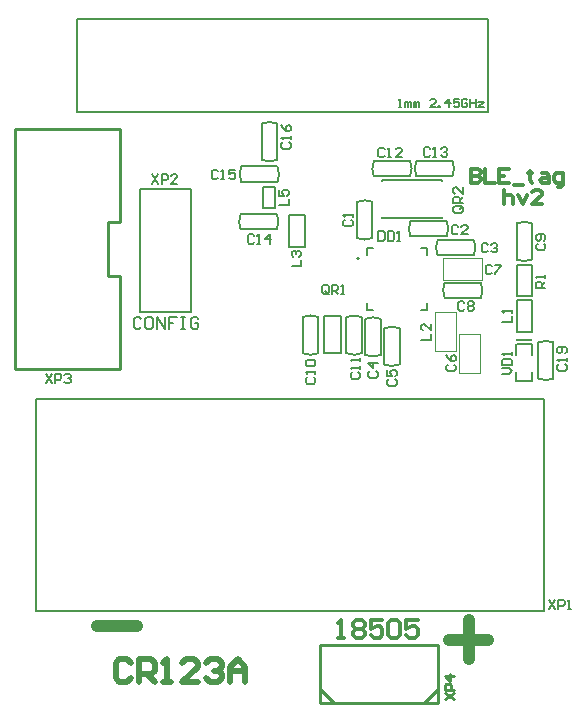
<source format=gto>
G04*
G04 #@! TF.GenerationSoftware,Altium Limited,Altium Designer,18.1.7 (191)*
G04*
G04 Layer_Color=65535*
%FSLAX24Y24*%
%MOIN*%
G70*
G01*
G75*
%ADD10C,0.0070*%
%ADD11C,0.0079*%
%ADD12C,0.0100*%
%ADD13C,0.0039*%
%ADD14C,0.0050*%
%ADD15C,0.0059*%
%ADD16C,0.0118*%
%ADD17C,0.0197*%
%ADD18C,0.0394*%
%ADD19R,0.0576X0.0100*%
D10*
X8920Y15804D02*
G03*
X8920Y16315I-609J255D01*
G01*
X7713D02*
G03*
X7712Y15804I608J-256D01*
G01*
X11595Y15519D02*
G03*
X12105Y15519I256J608D01*
G01*
Y16726D02*
G03*
X11595Y16726I-255J-609D01*
G01*
X17421Y16010D02*
G03*
X16911Y16011I-256J-608D01*
G01*
Y14803D02*
G03*
X17421Y14803I255J609D01*
G01*
X15721Y13524D02*
G03*
X15722Y14034I-608J256D01*
G01*
X14514D02*
G03*
X14514Y13524I609J-255D01*
G01*
X15485Y14941D02*
G03*
X15485Y15452I-608J256D01*
G01*
X14278D02*
G03*
X14278Y14941I609J-255D01*
G01*
X13373Y16083D02*
G03*
X13373Y15572I608J-256D01*
G01*
X14581D02*
G03*
X14580Y16083I-609J255D01*
G01*
X10295Y12887D02*
G03*
X9785Y12887I-256J-608D01*
G01*
Y11679D02*
G03*
X10295Y11680I255J609D01*
G01*
X11752Y12887D02*
G03*
X11241Y12887I-256J-608D01*
G01*
Y11679D02*
G03*
X11752Y11680I255J609D01*
G01*
X13012Y12513D02*
G03*
X12501Y12513I-256J-608D01*
G01*
Y11305D02*
G03*
X13012Y11306I255J609D01*
G01*
X11870Y11621D02*
G03*
X12381Y11621I256J608D01*
G01*
Y12829D02*
G03*
X11870Y12828I-255J-609D01*
G01*
X12153Y18089D02*
G03*
X12152Y17579I608J-256D01*
G01*
X13360D02*
G03*
X13360Y18089I-609J255D01*
G01*
X14776Y17579D02*
G03*
X14777Y18089I-608J256D01*
G01*
X13569D02*
G03*
X13569Y17579I609J-255D01*
G01*
X7732Y17903D02*
G03*
X7732Y17393I608J-256D01*
G01*
X8940D02*
G03*
X8939Y17903I-609J255D01*
G01*
X17628Y10834D02*
G03*
X18139Y10833I256J608D01*
G01*
Y12041D02*
G03*
X17628Y12041I-255J-609D01*
G01*
X8415Y18127D02*
G03*
X8926Y18127I256J608D01*
G01*
Y19335D02*
G03*
X8415Y19334I-255J-609D01*
G01*
X7715Y16315D02*
X8916D01*
X7716Y15804D02*
X8916D01*
X9331Y16280D02*
X9843D01*
X9331Y15236D02*
X9843D01*
X9331D02*
Y16280D01*
X9843Y15236D02*
Y16280D01*
X12105Y15522D02*
Y16722D01*
X11594Y15522D02*
Y16722D01*
X16910Y14807D02*
Y16007D01*
X17421Y14807D02*
Y16008D01*
Y13573D02*
Y14616D01*
X16909Y13573D02*
Y14616D01*
Y13573D02*
X17421D01*
X16909Y14616D02*
X17421D01*
X14518Y14035D02*
X15718D01*
X14518Y13524D02*
X15718D01*
X14282Y15452D02*
X15482D01*
X14282Y14941D02*
X15482D01*
X13377Y15572D02*
X14577D01*
X13376Y16083D02*
X14577D01*
X16909Y12402D02*
X17421D01*
X16909Y13445D02*
X17421D01*
Y12402D02*
Y13445D01*
X16909Y12402D02*
Y13445D01*
X9784Y11683D02*
Y12883D01*
X10295Y11683D02*
Y12884D01*
X11241Y11683D02*
Y12883D01*
X11752Y11683D02*
Y12884D01*
X12501Y11309D02*
Y12509D01*
X13012Y11309D02*
Y12510D01*
X12381Y11625D02*
Y12825D01*
X11870Y11624D02*
Y12825D01*
X12156Y17579D02*
X13356D01*
X12156Y18090D02*
X13356D01*
X13573D02*
X14773D01*
X13573Y17579D02*
X14774D01*
X7736Y17393D02*
X8936D01*
X7735Y17904D02*
X8936D01*
X18139Y10837D02*
Y12037D01*
X17628Y10837D02*
Y12037D01*
X8926Y18131D02*
Y19331D01*
X8415Y18130D02*
Y19331D01*
D11*
X11663Y14833D02*
G03*
X11663Y14833I-39J0D01*
G01*
X5233Y19736D02*
X15957D01*
X2258Y19736D02*
Y20771D01*
Y19736D02*
X5233D01*
X2257Y20772D02*
Y22832D01*
X15957D01*
Y19736D02*
Y22832D01*
X4360Y13061D02*
Y17165D01*
X6043D01*
Y13061D02*
Y17165D01*
X4360Y13061D02*
X6043D01*
X11939Y13120D02*
X12126D01*
X11939D02*
Y13337D01*
Y14951D02*
Y15177D01*
X11949D01*
X12126D01*
X13740Y13120D02*
X13937D01*
Y13337D01*
Y14951D02*
Y15177D01*
X13740D02*
X13937D01*
X10492Y12913D02*
X11043D01*
X10492Y11693D02*
X11043D01*
X10492D02*
Y12913D01*
X11043Y11693D02*
Y12913D01*
X14409Y16187D02*
Y16226D01*
X12441Y16187D02*
X14409D01*
X12441D02*
Y16226D01*
X14409Y17407D02*
Y17447D01*
X12441D02*
X14409D01*
X12441Y17407D02*
Y17447D01*
X8463Y17224D02*
X8857D01*
Y16516D02*
Y17224D01*
X8660Y16516D02*
X8857D01*
X8463D02*
X8660D01*
X8463D02*
Y17224D01*
X17835Y3071D02*
Y10157D01*
X906Y3071D02*
X17835D01*
X906D02*
Y10157D01*
X17835D01*
X4406Y12818D02*
X4340Y12884D01*
X4209D01*
X4144Y12818D01*
Y12556D01*
X4209Y12490D01*
X4340D01*
X4406Y12556D01*
X4734Y12884D02*
X4603D01*
X4537Y12818D01*
Y12556D01*
X4603Y12490D01*
X4734D01*
X4800Y12556D01*
Y12818D01*
X4734Y12884D01*
X4931Y12490D02*
Y12884D01*
X5193Y12490D01*
Y12884D01*
X5587D02*
X5324D01*
Y12687D01*
X5456D01*
X5324D01*
Y12490D01*
X5718Y12884D02*
X5849D01*
X5784D01*
Y12490D01*
X5718D01*
X5849D01*
X6308Y12818D02*
X6243Y12884D01*
X6112D01*
X6046Y12818D01*
Y12556D01*
X6112Y12490D01*
X6243D01*
X6308Y12556D01*
Y12687D01*
X6177D01*
X8161Y15593D02*
X8109Y15646D01*
X8004D01*
X7952Y15593D01*
Y15383D01*
X8004Y15331D01*
X8109D01*
X8161Y15383D01*
X8266Y15331D02*
X8371D01*
X8319D01*
Y15646D01*
X8266Y15593D01*
X8686Y15331D02*
Y15646D01*
X8529Y15488D01*
X8739D01*
X4764Y17648D02*
X4974Y17333D01*
Y17648D02*
X4764Y17333D01*
X5079D02*
Y17648D01*
X5236D01*
X5289Y17595D01*
Y17490D01*
X5236Y17438D01*
X5079D01*
X5603Y17333D02*
X5393D01*
X5603Y17543D01*
Y17595D01*
X5551Y17648D01*
X5446D01*
X5393Y17595D01*
X12303Y15738D02*
Y15423D01*
X12461D01*
X12513Y15476D01*
Y15686D01*
X12461Y15738D01*
X12303D01*
X12618D02*
Y15423D01*
X12775D01*
X12828Y15476D01*
Y15686D01*
X12775Y15738D01*
X12618D01*
X12933Y15423D02*
X13038D01*
X12985D01*
Y15738D01*
X12933Y15686D01*
X15171Y13363D02*
X15118Y13415D01*
X15013D01*
X14961Y13363D01*
Y13153D01*
X15013Y13100D01*
X15118D01*
X15171Y13153D01*
X15275Y13363D02*
X15328Y13415D01*
X15433D01*
X15485Y13363D01*
Y13310D01*
X15433Y13258D01*
X15485Y13205D01*
Y13153D01*
X15433Y13100D01*
X15328D01*
X15275Y13153D01*
Y13205D01*
X15328Y13258D01*
X15275Y13310D01*
Y13363D01*
X15328Y13258D02*
X15433D01*
X1211Y10994D02*
X1421Y10679D01*
Y10994D02*
X1211Y10679D01*
X1525D02*
Y10994D01*
X1683D01*
X1735Y10942D01*
Y10837D01*
X1683Y10784D01*
X1525D01*
X1840Y10942D02*
X1893Y10994D01*
X1998D01*
X2050Y10942D01*
Y10889D01*
X1998Y10837D01*
X1945D01*
X1998D01*
X2050Y10784D01*
Y10732D01*
X1998Y10679D01*
X1893D01*
X1840Y10732D01*
X17992Y3464D02*
X18202Y3150D01*
Y3464D02*
X17992Y3150D01*
X18307D02*
Y3464D01*
X18464D01*
X18517Y3412D01*
Y3307D01*
X18464Y3255D01*
X18307D01*
X18622Y3150D02*
X18727D01*
X18674D01*
Y3464D01*
X18622Y3412D01*
X16437Y10974D02*
X16647D01*
X16752Y11079D01*
X16647Y11184D01*
X16437D01*
Y11289D02*
X16752D01*
Y11447D01*
X16699Y11499D01*
X16490D01*
X16437Y11447D01*
Y11289D01*
X16752Y11604D02*
Y11709D01*
Y11657D01*
X16437D01*
X16490Y11604D01*
X17864Y13858D02*
X17549D01*
Y14016D01*
X17602Y14068D01*
X17707D01*
X17759Y14016D01*
Y13858D01*
Y13963D02*
X17864Y14068D01*
Y14173D02*
Y14278D01*
Y14226D01*
X17549D01*
X17602Y14173D01*
X15065Y16578D02*
X14855D01*
X14802Y16526D01*
Y16421D01*
X14855Y16368D01*
X15065D01*
X15117Y16421D01*
Y16526D01*
X15012Y16473D02*
X15117Y16578D01*
Y16526D02*
X15065Y16578D01*
X15117Y16683D02*
X14802D01*
Y16840D01*
X14855Y16893D01*
X14960D01*
X15012Y16840D01*
Y16683D01*
Y16788D02*
X15117Y16893D01*
Y17208D02*
Y16998D01*
X14907Y17208D01*
X14855D01*
X14802Y17155D01*
Y17050D01*
X14855Y16998D01*
X10643Y13704D02*
Y13914D01*
X10590Y13966D01*
X10486D01*
X10433Y13914D01*
Y13704D01*
X10486Y13652D01*
X10590D01*
X10538Y13757D02*
X10643Y13652D01*
X10590D02*
X10643Y13704D01*
X10748Y13652D02*
Y13966D01*
X10905D01*
X10958Y13914D01*
Y13809D01*
X10905Y13757D01*
X10748D01*
X10853D02*
X10958Y13652D01*
X11063D02*
X11168D01*
X11115D01*
Y13966D01*
X11063Y13914D01*
X8995Y16604D02*
X9310D01*
Y16814D01*
X8995Y17129D02*
Y16919D01*
X9152D01*
X9100Y17024D01*
Y17077D01*
X9152Y17129D01*
X9257D01*
X9310Y17077D01*
Y16972D01*
X9257Y16919D01*
X9410Y14577D02*
X9724D01*
Y14787D01*
X9462Y14892D02*
X9410Y14944D01*
Y15049D01*
X9462Y15102D01*
X9514D01*
X9567Y15049D01*
Y14997D01*
Y15049D01*
X9619Y15102D01*
X9672D01*
X9724Y15049D01*
Y14944D01*
X9672Y14892D01*
X13730Y12126D02*
X14045D01*
Y12336D01*
Y12651D02*
Y12441D01*
X13835Y12651D01*
X13783D01*
X13730Y12598D01*
Y12493D01*
X13783Y12441D01*
X16437Y12717D02*
X16752D01*
Y12926D01*
Y13031D02*
Y13136D01*
Y13084D01*
X16437D01*
X16489Y13031D01*
X18320Y11312D02*
X18268Y11260D01*
Y11155D01*
X18320Y11102D01*
X18530D01*
X18583Y11155D01*
Y11260D01*
X18530Y11312D01*
X18583Y11417D02*
Y11522D01*
Y11470D01*
X18268D01*
X18320Y11417D01*
X18530Y11680D02*
X18583Y11732D01*
Y11837D01*
X18530Y11890D01*
X18320D01*
X18268Y11837D01*
Y11732D01*
X18320Y11680D01*
X18373D01*
X18425Y11732D01*
Y11890D01*
X9118Y18704D02*
X9065Y18652D01*
Y18547D01*
X9118Y18494D01*
X9327D01*
X9380Y18547D01*
Y18652D01*
X9327Y18704D01*
X9380Y18809D02*
Y18914D01*
Y18861D01*
X9065D01*
X9118Y18809D01*
X9065Y19281D02*
X9118Y19176D01*
X9222Y19071D01*
X9327D01*
X9380Y19124D01*
Y19229D01*
X9327Y19281D01*
X9275D01*
X9222Y19229D01*
Y19071D01*
X6961Y17743D02*
X6908Y17795D01*
X6803D01*
X6751Y17743D01*
Y17533D01*
X6803Y17480D01*
X6908D01*
X6961Y17533D01*
X7066Y17480D02*
X7171D01*
X7118D01*
Y17795D01*
X7066Y17743D01*
X7538Y17795D02*
X7328D01*
Y17638D01*
X7433Y17690D01*
X7485D01*
X7538Y17638D01*
Y17533D01*
X7485Y17480D01*
X7381D01*
X7328Y17533D01*
X14029Y18491D02*
X13976Y18543D01*
X13871D01*
X13819Y18491D01*
Y18281D01*
X13871Y18228D01*
X13976D01*
X14029Y18281D01*
X14134Y18228D02*
X14239D01*
X14186D01*
Y18543D01*
X14134Y18491D01*
X14396D02*
X14449Y18543D01*
X14554D01*
X14606Y18491D01*
Y18438D01*
X14554Y18386D01*
X14501D01*
X14554D01*
X14606Y18333D01*
Y18281D01*
X14554Y18228D01*
X14449D01*
X14396Y18281D01*
X12513Y18471D02*
X12461Y18524D01*
X12356D01*
X12303Y18471D01*
Y18261D01*
X12356Y18209D01*
X12461D01*
X12513Y18261D01*
X12618Y18209D02*
X12723D01*
X12670D01*
Y18524D01*
X12618Y18471D01*
X13090Y18209D02*
X12880D01*
X13090Y18419D01*
Y18471D01*
X13038Y18524D01*
X12933D01*
X12880Y18471D01*
X11431Y11037D02*
X11378Y10984D01*
Y10879D01*
X11431Y10827D01*
X11640D01*
X11693Y10879D01*
Y10984D01*
X11640Y11037D01*
X11693Y11142D02*
Y11247D01*
Y11194D01*
X11378D01*
X11431Y11142D01*
X11693Y11404D02*
Y11509D01*
Y11456D01*
X11378D01*
X11431Y11404D01*
X9934Y10879D02*
X9882Y10827D01*
Y10722D01*
X9934Y10669D01*
X10144D01*
X10197Y10722D01*
Y10827D01*
X10144Y10879D01*
X10197Y10984D02*
Y11089D01*
Y11037D01*
X9882D01*
X9934Y10984D01*
Y11247D02*
X9882Y11299D01*
Y11404D01*
X9934Y11456D01*
X10144D01*
X10197Y11404D01*
Y11299D01*
X10144Y11247D01*
X9934D01*
X17611Y15328D02*
X17559Y15276D01*
Y15171D01*
X17611Y15118D01*
X17821D01*
X17874Y15171D01*
Y15276D01*
X17821Y15328D01*
Y15433D02*
X17874Y15485D01*
Y15590D01*
X17821Y15643D01*
X17611D01*
X17559Y15590D01*
Y15485D01*
X17611Y15433D01*
X17664D01*
X17716Y15485D01*
Y15643D01*
X16086Y14573D02*
X16033Y14626D01*
X15928D01*
X15876Y14573D01*
Y14363D01*
X15928Y14311D01*
X16033D01*
X16086Y14363D01*
X16191Y14626D02*
X16401D01*
Y14573D01*
X16191Y14363D01*
Y14311D01*
X14620Y11302D02*
X14567Y11250D01*
Y11145D01*
X14620Y11093D01*
X14829D01*
X14882Y11145D01*
Y11250D01*
X14829Y11302D01*
X14567Y11617D02*
X14620Y11512D01*
X14724Y11407D01*
X14829D01*
X14882Y11460D01*
Y11565D01*
X14829Y11617D01*
X14777D01*
X14724Y11565D01*
Y11407D01*
X12651Y10807D02*
X12599Y10754D01*
Y10649D01*
X12651Y10597D01*
X12861D01*
X12913Y10649D01*
Y10754D01*
X12861Y10807D01*
X12599Y11122D02*
Y10912D01*
X12756D01*
X12703Y11017D01*
Y11069D01*
X12756Y11122D01*
X12861D01*
X12913Y11069D01*
Y10964D01*
X12861Y10912D01*
X12021Y11076D02*
X11969Y11024D01*
Y10919D01*
X12021Y10866D01*
X12231D01*
X12283Y10919D01*
Y11024D01*
X12231Y11076D01*
X12283Y11338D02*
X11969D01*
X12126Y11181D01*
Y11391D01*
X15958Y15302D02*
X15905Y15354D01*
X15801D01*
X15748Y15302D01*
Y15092D01*
X15801Y15039D01*
X15905D01*
X15958Y15092D01*
X16063Y15302D02*
X16115Y15354D01*
X16220D01*
X16273Y15302D01*
Y15249D01*
X16220Y15197D01*
X16168D01*
X16220D01*
X16273Y15144D01*
Y15092D01*
X16220Y15039D01*
X16115D01*
X16063Y15092D01*
X14964Y15902D02*
X14911Y15955D01*
X14806D01*
X14754Y15902D01*
Y15692D01*
X14806Y15640D01*
X14911D01*
X14964Y15692D01*
X15279Y15640D02*
X15069D01*
X15279Y15850D01*
Y15902D01*
X15226Y15955D01*
X15121D01*
X15069Y15902D01*
X11184Y16125D02*
X11132Y16073D01*
Y15968D01*
X11184Y15915D01*
X11394D01*
X11447Y15968D01*
Y16073D01*
X11394Y16125D01*
X11447Y16230D02*
Y16335D01*
Y16283D01*
X11132D01*
X11184Y16230D01*
D12*
X10364Y10D02*
X14301D01*
X10364Y1939D02*
X14301D01*
X10364Y10D02*
Y1939D01*
X14301Y10D02*
Y1939D01*
X10364Y482D02*
X10837Y10D01*
X13829D02*
X14301Y482D01*
X3307Y14242D02*
X3707D01*
X3307Y16042D02*
X3707D01*
X207Y11142D02*
X3707D01*
X207Y19142D02*
X3707D01*
X3307Y14242D02*
Y16042D01*
X3707Y11142D02*
Y14242D01*
Y16042D02*
Y19142D01*
X207Y11142D02*
Y19142D01*
X14518Y138D02*
X14833Y348D01*
X14518D02*
X14833Y138D01*
Y453D02*
X14518D01*
Y610D01*
X14570Y663D01*
X14675D01*
X14728Y610D01*
Y453D01*
X14833Y925D02*
X14518D01*
X14675Y768D01*
Y977D01*
D13*
X14468Y14843D02*
X15768D01*
X14468Y14134D02*
X15768D01*
X14468D02*
Y14843D01*
X15768Y14134D02*
Y14843D01*
X14878Y11744D02*
Y13059D01*
X14177Y11744D02*
Y13059D01*
Y11744D02*
X14878D01*
X14177Y13059D02*
X14878D01*
X15689Y11024D02*
Y12323D01*
X14980Y11024D02*
Y12323D01*
X15689D01*
X14980Y11024D02*
X15689D01*
D14*
X16887Y11959D02*
X16927Y11998D01*
X17399D01*
X17438Y11604D02*
Y11959D01*
X16887Y11604D02*
Y11959D01*
Y10738D02*
X17438D01*
X16887D02*
Y11053D01*
X17399Y11998D02*
X17438Y11959D01*
Y10738D02*
Y11053D01*
D15*
X12975Y19880D02*
X13067D01*
X13021D01*
Y20155D01*
X12975Y20109D01*
X13204Y19880D02*
Y20063D01*
X13250D01*
X13296Y20017D01*
Y19880D01*
Y20017D01*
X13342Y20063D01*
X13388Y20017D01*
Y19880D01*
X13480D02*
Y20063D01*
X13526D01*
X13572Y20017D01*
Y19880D01*
Y20017D01*
X13618Y20063D01*
X13664Y20017D01*
Y19880D01*
X14215D02*
X14031D01*
X14215Y20063D01*
Y20109D01*
X14169Y20155D01*
X14077D01*
X14031Y20109D01*
X14306Y19880D02*
Y19925D01*
X14352D01*
Y19880D01*
X14306D01*
X14674D02*
Y20155D01*
X14536Y20017D01*
X14720D01*
X14995Y20155D02*
X14811D01*
Y20017D01*
X14903Y20063D01*
X14949D01*
X14995Y20017D01*
Y19925D01*
X14949Y19880D01*
X14857D01*
X14811Y19925D01*
X15271Y20109D02*
X15225Y20155D01*
X15133D01*
X15087Y20109D01*
Y19925D01*
X15133Y19880D01*
X15225D01*
X15271Y19925D01*
Y20017D01*
X15179D01*
X15362Y20155D02*
Y19880D01*
Y20017D01*
X15546D01*
Y20155D01*
Y19880D01*
X15638Y20063D02*
X15822D01*
X15638Y19880D01*
X15822D01*
D16*
X10965Y2195D02*
X11161D01*
X11063D01*
Y2785D01*
X10965Y2687D01*
X11457D02*
X11555Y2785D01*
X11752D01*
X11850Y2687D01*
Y2588D01*
X11752Y2490D01*
X11850Y2392D01*
Y2293D01*
X11752Y2195D01*
X11555D01*
X11457Y2293D01*
Y2392D01*
X11555Y2490D01*
X11457Y2588D01*
Y2687D01*
X11555Y2490D02*
X11752D01*
X12440Y2785D02*
X12047D01*
Y2490D01*
X12244Y2588D01*
X12342D01*
X12440Y2490D01*
Y2293D01*
X12342Y2195D01*
X12145D01*
X12047Y2293D01*
X12637Y2687D02*
X12736Y2785D01*
X12932D01*
X13031Y2687D01*
Y2293D01*
X12932Y2195D01*
X12736D01*
X12637Y2293D01*
Y2687D01*
X13621Y2785D02*
X13228D01*
Y2490D01*
X13424Y2588D01*
X13523D01*
X13621Y2490D01*
Y2293D01*
X13523Y2195D01*
X13326D01*
X13228Y2293D01*
X16486Y17116D02*
Y16644D01*
Y16880D01*
X16565Y16959D01*
X16722D01*
X16801Y16880D01*
Y16644D01*
X16959Y16959D02*
X17116Y16644D01*
X17273Y16959D01*
X17746Y16644D02*
X17431D01*
X17746Y16959D01*
Y17037D01*
X17667Y17116D01*
X17510D01*
X17431Y17037D01*
X15394Y17834D02*
Y17362D01*
X15630D01*
X15709Y17441D01*
Y17520D01*
X15630Y17598D01*
X15394D01*
X15630D01*
X15709Y17677D01*
Y17756D01*
X15630Y17834D01*
X15394D01*
X15866D02*
Y17362D01*
X16181D01*
X16653Y17834D02*
X16338D01*
Y17362D01*
X16653D01*
X16338Y17598D02*
X16496D01*
X16811Y17283D02*
X17125D01*
X17362Y17756D02*
Y17677D01*
X17283D01*
X17440D01*
X17362D01*
Y17441D01*
X17440Y17362D01*
X17755Y17677D02*
X17913D01*
X17991Y17598D01*
Y17362D01*
X17755D01*
X17676Y17441D01*
X17755Y17520D01*
X17991D01*
X18306Y17205D02*
X18385D01*
X18464Y17283D01*
Y17677D01*
X18227D01*
X18149Y17598D01*
Y17441D01*
X18227Y17362D01*
X18464D01*
D17*
X4068Y1365D02*
X3937Y1496D01*
X3674D01*
X3543Y1365D01*
Y840D01*
X3674Y709D01*
X3937D01*
X4068Y840D01*
X4330Y709D02*
Y1496D01*
X4724D01*
X4855Y1365D01*
Y1102D01*
X4724Y971D01*
X4330D01*
X4593D02*
X4855Y709D01*
X5118D02*
X5380D01*
X5249D01*
Y1496D01*
X5118Y1365D01*
X6298Y709D02*
X5774D01*
X6298Y1233D01*
Y1365D01*
X6167Y1496D01*
X5905D01*
X5774Y1365D01*
X6561D02*
X6692Y1496D01*
X6954D01*
X7085Y1365D01*
Y1233D01*
X6954Y1102D01*
X6823D01*
X6954D01*
X7085Y971D01*
Y840D01*
X6954Y709D01*
X6692D01*
X6561Y840D01*
X7348Y709D02*
Y1233D01*
X7610Y1496D01*
X7873Y1233D01*
Y709D01*
Y1102D01*
X7348D01*
D18*
X15965Y2136D02*
X14653D01*
X15309Y1480D02*
Y2792D01*
X4252Y2589D02*
X2940D01*
D19*
X17165Y12107D02*
D03*
M02*

</source>
